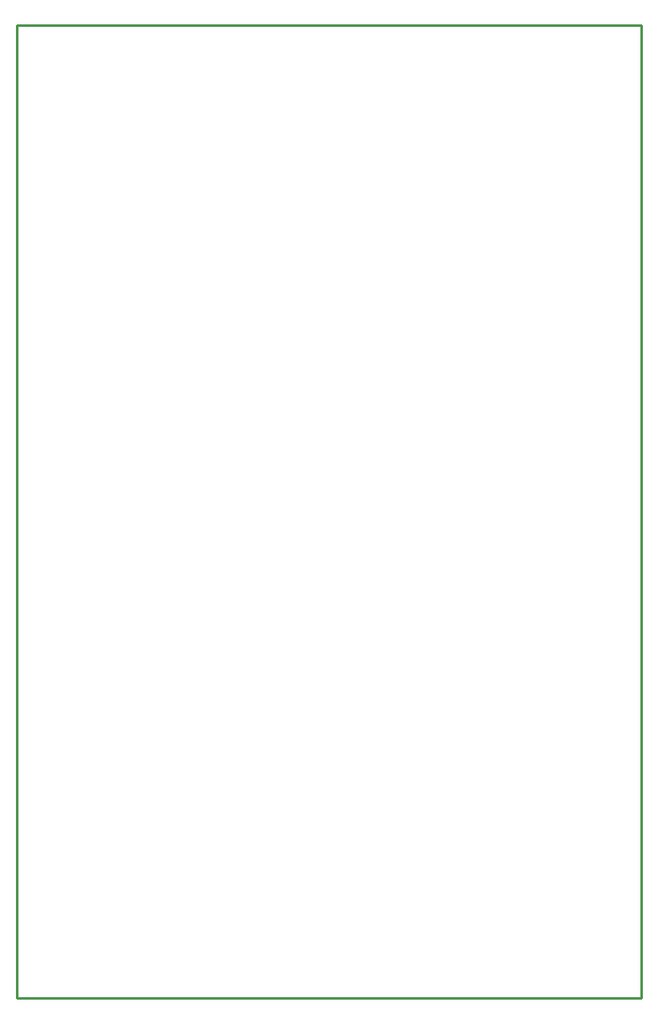
<source format=gm1>
G04*
G04 #@! TF.GenerationSoftware,Altium Limited,Altium Designer,19.1.7 (138)*
G04*
G04 Layer_Color=16711935*
%FSLAX25Y25*%
%MOIN*%
G70*
G01*
G75*
%ADD13C,0.01000*%
D13*
X-124016Y-206693D02*
Y179700D01*
X124016D01*
Y-206693D02*
Y179700D01*
X-124016Y-206693D02*
X124016D01*
M02*

</source>
